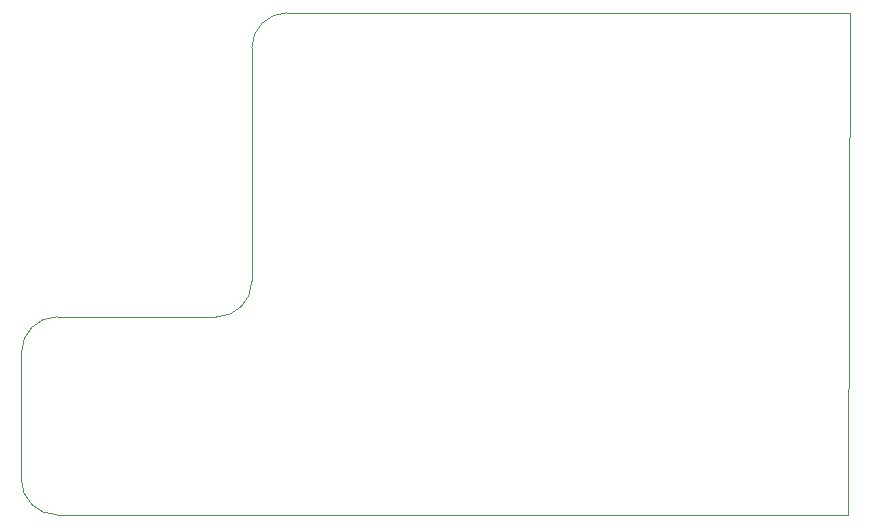
<source format=gbr>
%TF.GenerationSoftware,KiCad,Pcbnew,7.0.9*%
%TF.CreationDate,2023-12-28T12:30:11-05:00*%
%TF.ProjectId,IO,494f2e6b-6963-4616-945f-706362585858,rev?*%
%TF.SameCoordinates,Original*%
%TF.FileFunction,Profile,NP*%
%FSLAX46Y46*%
G04 Gerber Fmt 4.6, Leading zero omitted, Abs format (unit mm)*
G04 Created by KiCad (PCBNEW 7.0.9) date 2023-12-28 12:30:11*
%MOMM*%
%LPD*%
G01*
G04 APERTURE LIST*
%TA.AperFunction,Profile*%
%ADD10C,0.100000*%
%TD*%
G04 APERTURE END LIST*
D10*
X131500001Y-103250001D02*
X117999999Y-103249999D01*
X134499999Y-80499999D02*
X134500001Y-100250001D01*
X185000001Y-120000000D02*
X117999999Y-120010398D01*
X117999999Y-103249999D02*
G75*
G03*
X114999999Y-106249999I1J-3000001D01*
G01*
X185125000Y-77500000D02*
X185000001Y-120000000D01*
X137499999Y-77499999D02*
G75*
G03*
X134499999Y-80499999I1J-3000001D01*
G01*
X137499999Y-77499999D02*
X185125000Y-77500000D01*
X114989602Y-117000001D02*
G75*
G03*
X117999999Y-120010398I3010398J1D01*
G01*
X131500001Y-103250001D02*
G75*
G03*
X134500001Y-100250001I-1J3000001D01*
G01*
X114989602Y-117000001D02*
X114999999Y-106249999D01*
M02*

</source>
